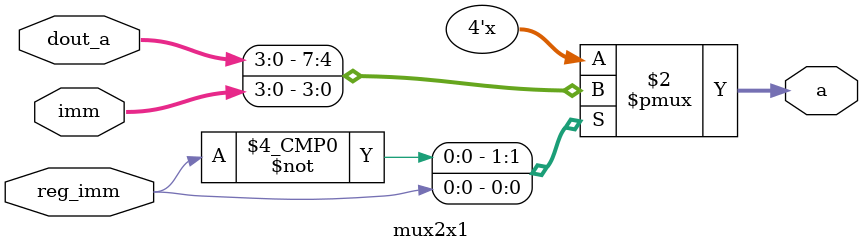
<source format=v>
module mux2x1 (
	input [3:0] imm,
	input [3:0] dout_a,
	input reg_imm,
	output reg [3:0] a
	);
	
	always @(*) begin
		case (reg_imm)
			0: a = dout_a;
			1: a = imm;
		endcase
	end
endmodule
</source>
